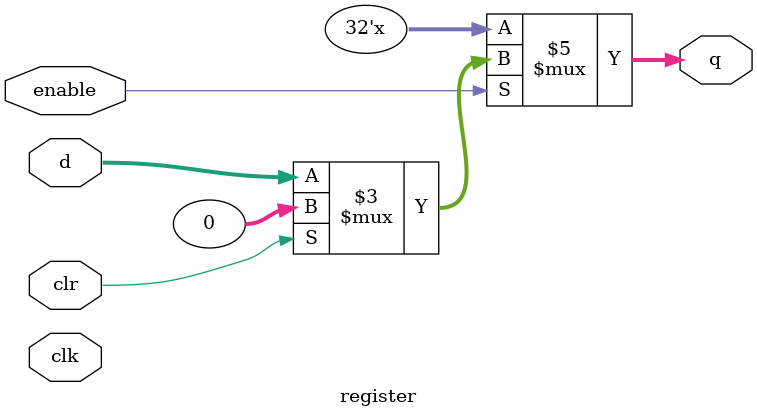
<source format=v>
module register(
	input wire clk,
	input wire clr, 
	input wire enable,
	input wire [31:0] d,
	output reg [31:0] q
	);

	initial q = 32'd0;
	
	always@(clk) 
	begin
		if(enable) begin
			q[31:0] <= d[31:0];
			if (clr) begin
				q[31:0] <= 32'b0;
			end
		end
	end
	
endmodule

</source>
